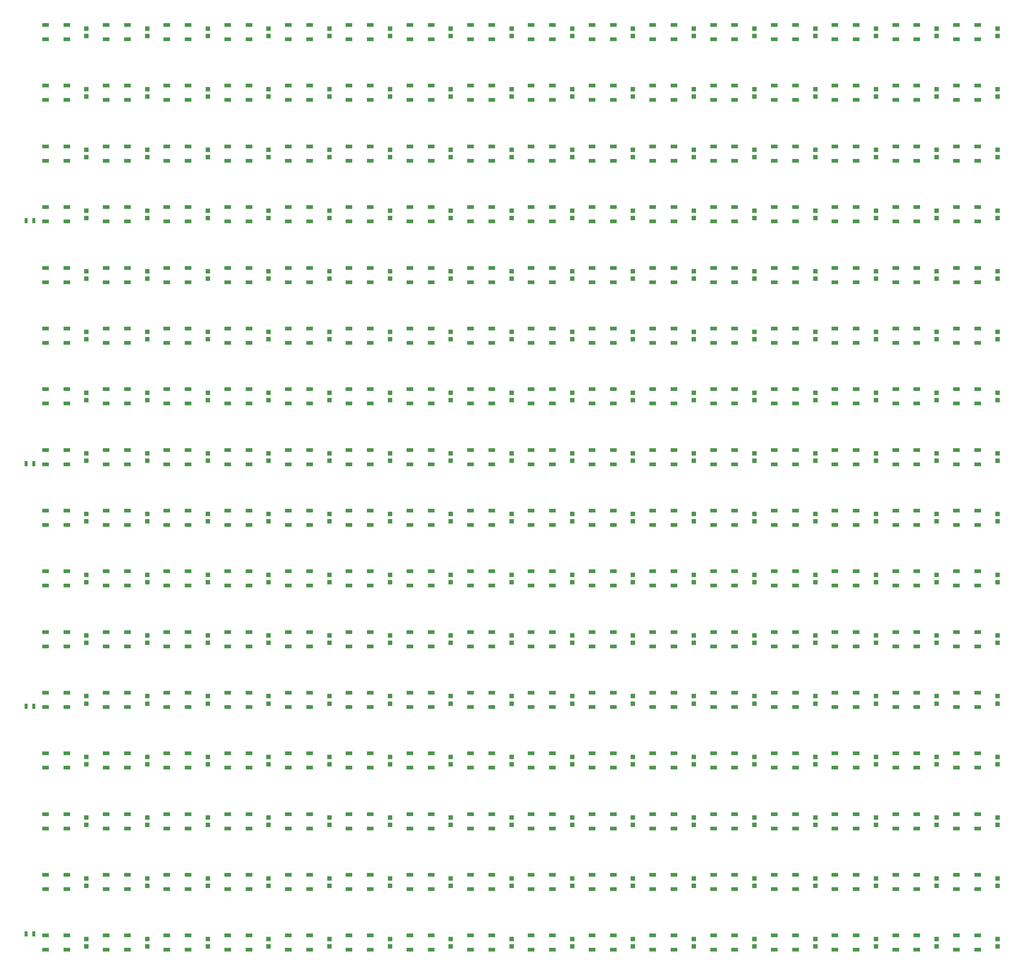
<source format=gtp>
G75*
%MOIN*%
%OFA0B0*%
%FSLAX24Y24*%
%IPPOS*%
%LPD*%
%AMOC8*
5,1,8,0,0,1.08239X$1,22.5*
%
%ADD10R,0.0394X0.0433*%
%ADD11R,0.0591X0.0354*%
%ADD12R,0.0315X0.0472*%
D10*
X008376Y005277D03*
X008376Y005946D03*
X008376Y010789D03*
X008376Y011458D03*
X008376Y016301D03*
X008376Y016970D03*
X008376Y021813D03*
X008376Y022482D03*
X008376Y027324D03*
X008376Y027994D03*
X008376Y032836D03*
X008376Y033506D03*
X008376Y038348D03*
X008376Y039017D03*
X008376Y043860D03*
X008376Y044529D03*
X008376Y049372D03*
X008376Y050041D03*
X008376Y054883D03*
X008376Y055553D03*
X008376Y060395D03*
X008376Y061065D03*
X008376Y065907D03*
X008376Y066576D03*
X008376Y071419D03*
X008376Y072088D03*
X008376Y076931D03*
X008376Y077600D03*
X008376Y082443D03*
X008376Y083112D03*
X008376Y087954D03*
X008376Y088624D03*
X013888Y088624D03*
X013888Y087954D03*
X013888Y083112D03*
X013888Y082443D03*
X013888Y077600D03*
X013888Y076931D03*
X013888Y072088D03*
X013888Y071419D03*
X013888Y066576D03*
X013888Y065907D03*
X013888Y061065D03*
X013888Y060395D03*
X013888Y055553D03*
X013888Y054883D03*
X013888Y050041D03*
X013888Y049372D03*
X013888Y044529D03*
X013888Y043860D03*
X013888Y039017D03*
X013888Y038348D03*
X013888Y033506D03*
X013888Y032836D03*
X013888Y027994D03*
X013888Y027324D03*
X013888Y022482D03*
X013888Y021813D03*
X013888Y016970D03*
X013888Y016301D03*
X013888Y011458D03*
X013888Y010789D03*
X013888Y005946D03*
X013888Y005277D03*
X019400Y005277D03*
X019400Y005946D03*
X019400Y010789D03*
X019400Y011458D03*
X019400Y016301D03*
X019400Y016970D03*
X019400Y021813D03*
X019400Y022482D03*
X019400Y027324D03*
X019400Y027994D03*
X019400Y032836D03*
X019400Y033506D03*
X019400Y038348D03*
X019400Y039017D03*
X019400Y043860D03*
X019400Y044529D03*
X019400Y049372D03*
X019400Y050041D03*
X019400Y054883D03*
X019400Y055553D03*
X019400Y060395D03*
X019400Y061065D03*
X019400Y065907D03*
X019400Y066576D03*
X019400Y071419D03*
X019400Y072088D03*
X019400Y076931D03*
X019400Y077600D03*
X019400Y082443D03*
X019400Y083112D03*
X019400Y087954D03*
X019400Y088624D03*
X024912Y088624D03*
X024912Y087954D03*
X024912Y083112D03*
X024912Y082443D03*
X024912Y077600D03*
X024912Y076931D03*
X024912Y072088D03*
X024912Y071419D03*
X024912Y066576D03*
X024912Y065907D03*
X024912Y061065D03*
X024912Y060395D03*
X024912Y055553D03*
X024912Y054883D03*
X024912Y050041D03*
X024912Y049372D03*
X024912Y044529D03*
X024912Y043860D03*
X024912Y039017D03*
X024912Y038348D03*
X024912Y033506D03*
X024912Y032836D03*
X024912Y027994D03*
X024912Y027324D03*
X024912Y022482D03*
X024912Y021813D03*
X024912Y016970D03*
X024912Y016301D03*
X024912Y011458D03*
X024912Y010789D03*
X024912Y005946D03*
X024912Y005277D03*
X030424Y005277D03*
X030424Y005946D03*
X030424Y010789D03*
X030424Y011458D03*
X030424Y016301D03*
X030424Y016970D03*
X030424Y021813D03*
X030424Y022482D03*
X030424Y027324D03*
X030424Y027994D03*
X030424Y032836D03*
X030424Y033506D03*
X030424Y038348D03*
X030424Y039017D03*
X030424Y043860D03*
X030424Y044529D03*
X030424Y049372D03*
X030424Y050041D03*
X030424Y054883D03*
X030424Y055553D03*
X030424Y060395D03*
X030424Y061065D03*
X030424Y065907D03*
X030424Y066576D03*
X030424Y071419D03*
X030424Y072088D03*
X030424Y076931D03*
X030424Y077600D03*
X030424Y082443D03*
X030424Y083112D03*
X030424Y087954D03*
X030424Y088624D03*
X035935Y088624D03*
X035935Y087954D03*
X035935Y083112D03*
X035935Y082443D03*
X035935Y077600D03*
X035935Y076931D03*
X035935Y072088D03*
X035935Y071419D03*
X035935Y066576D03*
X035935Y065907D03*
X035935Y061065D03*
X035935Y060395D03*
X035935Y055553D03*
X035935Y054883D03*
X035935Y050041D03*
X035935Y049372D03*
X035935Y044529D03*
X035935Y043860D03*
X035935Y039017D03*
X035935Y038348D03*
X035935Y033506D03*
X035935Y032836D03*
X035935Y027994D03*
X035935Y027324D03*
X035935Y022482D03*
X035935Y021813D03*
X035935Y016970D03*
X035935Y016301D03*
X035935Y011458D03*
X035935Y010789D03*
X035935Y005946D03*
X035935Y005277D03*
X041447Y005277D03*
X041447Y005946D03*
X041447Y010789D03*
X041447Y011458D03*
X041447Y016301D03*
X041447Y016970D03*
X041447Y021813D03*
X041447Y022482D03*
X041447Y027324D03*
X041447Y027994D03*
X041447Y032836D03*
X041447Y033506D03*
X041447Y038348D03*
X041447Y039017D03*
X041447Y043860D03*
X041447Y044529D03*
X041447Y049372D03*
X041447Y050041D03*
X041447Y054883D03*
X041447Y055553D03*
X041447Y060395D03*
X041447Y061065D03*
X041447Y065907D03*
X041447Y066576D03*
X041447Y071419D03*
X041447Y072088D03*
X041447Y076931D03*
X041447Y077600D03*
X041447Y082443D03*
X041447Y083112D03*
X041447Y087954D03*
X041447Y088624D03*
X046959Y088624D03*
X046959Y087954D03*
X046959Y083112D03*
X046959Y082443D03*
X046959Y077600D03*
X046959Y076931D03*
X046959Y072088D03*
X046959Y071419D03*
X052471Y071419D03*
X052471Y072088D03*
X052471Y076931D03*
X052471Y077600D03*
X052471Y082443D03*
X052471Y083112D03*
X052471Y087954D03*
X052471Y088624D03*
X057983Y088624D03*
X057983Y087954D03*
X057983Y083112D03*
X057983Y082443D03*
X057983Y077600D03*
X057983Y076931D03*
X057983Y072088D03*
X057983Y071419D03*
X057983Y066576D03*
X057983Y065907D03*
X057983Y061065D03*
X057983Y060395D03*
X057983Y055553D03*
X057983Y054883D03*
X057983Y050041D03*
X057983Y049372D03*
X057983Y044529D03*
X057983Y043860D03*
X057983Y039017D03*
X057983Y038348D03*
X057983Y033506D03*
X057983Y032836D03*
X057983Y027994D03*
X057983Y027324D03*
X057983Y022482D03*
X057983Y021813D03*
X057983Y016970D03*
X057983Y016301D03*
X057983Y011458D03*
X057983Y010789D03*
X057983Y005946D03*
X057983Y005277D03*
X063495Y005277D03*
X063495Y005946D03*
X063495Y010789D03*
X063495Y011458D03*
X063495Y016301D03*
X063495Y016970D03*
X063495Y021813D03*
X063495Y022482D03*
X063495Y027324D03*
X063495Y027994D03*
X063495Y032836D03*
X063495Y033506D03*
X063495Y038348D03*
X063495Y039017D03*
X063495Y043860D03*
X063495Y044529D03*
X063495Y049372D03*
X063495Y050041D03*
X063495Y054883D03*
X063495Y055553D03*
X063495Y060395D03*
X063495Y061065D03*
X063495Y065907D03*
X063495Y066576D03*
X063495Y071419D03*
X063495Y072088D03*
X063495Y076931D03*
X063495Y077600D03*
X063495Y082443D03*
X063495Y083112D03*
X063495Y087954D03*
X063495Y088624D03*
X069006Y088624D03*
X069006Y087954D03*
X069006Y083112D03*
X069006Y082443D03*
X069006Y077600D03*
X069006Y076931D03*
X069006Y072088D03*
X069006Y071419D03*
X069006Y066576D03*
X069006Y065907D03*
X069006Y061065D03*
X069006Y060395D03*
X069006Y055553D03*
X069006Y054883D03*
X069006Y050041D03*
X069006Y049372D03*
X069006Y044529D03*
X069006Y043860D03*
X069006Y039017D03*
X069006Y038348D03*
X069006Y033506D03*
X069006Y032836D03*
X069006Y027994D03*
X069006Y027324D03*
X069006Y022482D03*
X069006Y021813D03*
X069006Y016970D03*
X069006Y016301D03*
X069006Y011458D03*
X069006Y010789D03*
X069006Y005946D03*
X069006Y005277D03*
X074518Y005277D03*
X074518Y005946D03*
X074518Y010789D03*
X074518Y011458D03*
X074518Y016301D03*
X074518Y016970D03*
X074518Y021813D03*
X074518Y022482D03*
X074518Y027324D03*
X074518Y027994D03*
X074518Y032836D03*
X074518Y033506D03*
X074518Y038348D03*
X074518Y039017D03*
X074518Y043860D03*
X074518Y044529D03*
X074518Y049372D03*
X074518Y050041D03*
X074518Y054883D03*
X074518Y055553D03*
X074518Y060395D03*
X074518Y061065D03*
X074518Y065907D03*
X074518Y066576D03*
X074518Y071419D03*
X074518Y072088D03*
X074518Y076931D03*
X074518Y077600D03*
X074518Y082443D03*
X074518Y083112D03*
X074518Y087954D03*
X074518Y088624D03*
X080030Y088624D03*
X080030Y087954D03*
X080030Y083112D03*
X080030Y082443D03*
X080030Y077600D03*
X080030Y076931D03*
X080030Y072088D03*
X080030Y071419D03*
X080030Y066576D03*
X080030Y065907D03*
X080030Y061065D03*
X080030Y060395D03*
X080030Y055553D03*
X080030Y054883D03*
X080030Y050041D03*
X080030Y049372D03*
X080030Y044529D03*
X080030Y043860D03*
X080030Y039017D03*
X080030Y038348D03*
X080030Y033506D03*
X080030Y032836D03*
X080030Y027994D03*
X080030Y027324D03*
X080030Y022482D03*
X080030Y021813D03*
X080030Y016970D03*
X080030Y016301D03*
X080030Y011458D03*
X080030Y010789D03*
X080030Y005946D03*
X080030Y005277D03*
X085542Y005277D03*
X085542Y005946D03*
X085542Y010789D03*
X085542Y011458D03*
X085542Y016301D03*
X085542Y016970D03*
X085542Y021813D03*
X085542Y022482D03*
X091054Y022482D03*
X091054Y021813D03*
X091054Y016970D03*
X091054Y016301D03*
X091054Y011458D03*
X091054Y010789D03*
X091054Y005946D03*
X091054Y005277D03*
X091054Y027324D03*
X091054Y027994D03*
X091054Y032836D03*
X091054Y033506D03*
X091054Y038348D03*
X091054Y039017D03*
X091054Y043860D03*
X091054Y044529D03*
X091054Y049372D03*
X091054Y050041D03*
X091054Y054883D03*
X091054Y055553D03*
X091054Y060395D03*
X091054Y061065D03*
X091054Y065907D03*
X091054Y066576D03*
X085542Y066576D03*
X085542Y065907D03*
X085542Y061065D03*
X085542Y060395D03*
X085542Y055553D03*
X085542Y054883D03*
X085542Y050041D03*
X085542Y049372D03*
X085542Y044529D03*
X085542Y043860D03*
X085542Y039017D03*
X085542Y038348D03*
X085542Y033506D03*
X085542Y032836D03*
X085542Y027994D03*
X085542Y027324D03*
X052471Y027324D03*
X052471Y027994D03*
X052471Y032836D03*
X052471Y033506D03*
X052471Y038348D03*
X052471Y039017D03*
X052471Y043860D03*
X052471Y044529D03*
X052471Y049372D03*
X052471Y050041D03*
X052471Y054883D03*
X052471Y055553D03*
X052471Y060395D03*
X052471Y061065D03*
X052471Y065907D03*
X052471Y066576D03*
X046959Y066576D03*
X046959Y065907D03*
X046959Y061065D03*
X046959Y060395D03*
X046959Y055553D03*
X046959Y054883D03*
X046959Y050041D03*
X046959Y049372D03*
X046959Y044529D03*
X046959Y043860D03*
X046959Y039017D03*
X046959Y038348D03*
X046959Y033506D03*
X046959Y032836D03*
X046959Y027994D03*
X046959Y027324D03*
X046959Y022482D03*
X046959Y021813D03*
X046959Y016970D03*
X046959Y016301D03*
X046959Y011458D03*
X046959Y010789D03*
X046959Y005946D03*
X046959Y005277D03*
X052471Y005277D03*
X052471Y005946D03*
X052471Y010789D03*
X052471Y011458D03*
X052471Y016301D03*
X052471Y016970D03*
X052471Y021813D03*
X052471Y022482D03*
X085542Y071419D03*
X085542Y072088D03*
X085542Y076931D03*
X085542Y077600D03*
X085542Y082443D03*
X085542Y083112D03*
X085542Y087954D03*
X085542Y088624D03*
X091054Y088624D03*
X091054Y087954D03*
X091054Y083112D03*
X091054Y082443D03*
X091054Y077600D03*
X091054Y076931D03*
X091054Y072088D03*
X091054Y071419D03*
D11*
X004656Y004962D03*
X004656Y006261D03*
X006585Y006261D03*
X006585Y004962D03*
X010168Y004962D03*
X010168Y006261D03*
X012097Y006261D03*
X012097Y004962D03*
X015680Y004962D03*
X015680Y006261D03*
X017609Y006261D03*
X017609Y004962D03*
X021191Y004962D03*
X021191Y006261D03*
X023121Y006261D03*
X023121Y004962D03*
X026703Y004962D03*
X026703Y006261D03*
X028632Y006261D03*
X028632Y004962D03*
X032215Y004962D03*
X032215Y006261D03*
X034144Y006261D03*
X034144Y004962D03*
X037727Y004962D03*
X037727Y006261D03*
X039656Y006261D03*
X039656Y004962D03*
X043239Y004962D03*
X043239Y006261D03*
X045168Y006261D03*
X045168Y004962D03*
X048750Y004962D03*
X048750Y006261D03*
X050680Y006261D03*
X050680Y004962D03*
X054262Y004962D03*
X054262Y006261D03*
X056191Y006261D03*
X056191Y004962D03*
X059774Y004962D03*
X059774Y006261D03*
X061703Y006261D03*
X061703Y004962D03*
X065286Y004962D03*
X065286Y006261D03*
X067215Y006261D03*
X067215Y004962D03*
X070798Y004962D03*
X070798Y006261D03*
X072727Y006261D03*
X072727Y004962D03*
X076310Y004962D03*
X076310Y006261D03*
X078239Y006261D03*
X078239Y004962D03*
X081821Y004962D03*
X081821Y006261D03*
X083750Y006261D03*
X083750Y004962D03*
X087333Y004962D03*
X087333Y006261D03*
X089262Y006261D03*
X089262Y004962D03*
X089262Y010474D03*
X089262Y011773D03*
X087333Y011773D03*
X087333Y010474D03*
X083750Y010474D03*
X083750Y011773D03*
X081821Y011773D03*
X081821Y010474D03*
X078239Y010474D03*
X078239Y011773D03*
X076310Y011773D03*
X076310Y010474D03*
X072727Y010474D03*
X072727Y011773D03*
X070798Y011773D03*
X070798Y010474D03*
X067215Y010474D03*
X067215Y011773D03*
X065286Y011773D03*
X065286Y010474D03*
X061703Y010474D03*
X061703Y011773D03*
X059774Y011773D03*
X059774Y010474D03*
X056191Y010474D03*
X056191Y011773D03*
X054262Y011773D03*
X054262Y010474D03*
X050680Y010474D03*
X050680Y011773D03*
X048750Y011773D03*
X048750Y010474D03*
X045168Y010474D03*
X045168Y011773D03*
X043239Y011773D03*
X043239Y010474D03*
X039656Y010474D03*
X039656Y011773D03*
X037727Y011773D03*
X037727Y010474D03*
X034144Y010474D03*
X034144Y011773D03*
X032215Y011773D03*
X032215Y010474D03*
X028632Y010474D03*
X028632Y011773D03*
X026703Y011773D03*
X026703Y010474D03*
X023121Y010474D03*
X023121Y011773D03*
X021191Y011773D03*
X021191Y010474D03*
X017609Y010474D03*
X017609Y011773D03*
X015680Y011773D03*
X015680Y010474D03*
X012097Y010474D03*
X012097Y011773D03*
X010168Y011773D03*
X010168Y010474D03*
X006585Y010474D03*
X006585Y011773D03*
X004656Y011773D03*
X004656Y010474D03*
X004656Y015986D03*
X004656Y017285D03*
X006585Y017285D03*
X006585Y015986D03*
X010168Y015986D03*
X010168Y017285D03*
X012097Y017285D03*
X012097Y015986D03*
X015680Y015986D03*
X015680Y017285D03*
X017609Y017285D03*
X017609Y015986D03*
X021191Y015986D03*
X021191Y017285D03*
X023121Y017285D03*
X023121Y015986D03*
X026703Y015986D03*
X026703Y017285D03*
X028632Y017285D03*
X028632Y015986D03*
X032215Y015986D03*
X032215Y017285D03*
X034144Y017285D03*
X034144Y015986D03*
X037727Y015986D03*
X037727Y017285D03*
X039656Y017285D03*
X039656Y015986D03*
X043239Y015986D03*
X043239Y017285D03*
X045168Y017285D03*
X045168Y015986D03*
X048750Y015986D03*
X048750Y017285D03*
X050680Y017285D03*
X050680Y015986D03*
X054262Y015986D03*
X054262Y017285D03*
X056191Y017285D03*
X056191Y015986D03*
X059774Y015986D03*
X059774Y017285D03*
X061703Y017285D03*
X061703Y015986D03*
X065286Y015986D03*
X065286Y017285D03*
X067215Y017285D03*
X067215Y015986D03*
X070798Y015986D03*
X070798Y017285D03*
X072727Y017285D03*
X072727Y015986D03*
X076310Y015986D03*
X076310Y017285D03*
X078239Y017285D03*
X078239Y015986D03*
X081821Y015986D03*
X081821Y017285D03*
X083750Y017285D03*
X083750Y015986D03*
X087333Y015986D03*
X087333Y017285D03*
X089262Y017285D03*
X089262Y015986D03*
X089262Y021498D03*
X089262Y022797D03*
X087333Y022797D03*
X087333Y021498D03*
X083750Y021498D03*
X083750Y022797D03*
X081821Y022797D03*
X081821Y021498D03*
X078239Y021498D03*
X078239Y022797D03*
X076310Y022797D03*
X076310Y021498D03*
X072727Y021498D03*
X072727Y022797D03*
X070798Y022797D03*
X070798Y021498D03*
X067215Y021498D03*
X067215Y022797D03*
X065286Y022797D03*
X065286Y021498D03*
X061703Y021498D03*
X061703Y022797D03*
X059774Y022797D03*
X059774Y021498D03*
X056191Y021498D03*
X056191Y022797D03*
X054262Y022797D03*
X054262Y021498D03*
X050680Y021498D03*
X050680Y022797D03*
X048750Y022797D03*
X048750Y021498D03*
X045168Y021498D03*
X045168Y022797D03*
X043239Y022797D03*
X043239Y021498D03*
X039656Y021498D03*
X039656Y022797D03*
X037727Y022797D03*
X037727Y021498D03*
X034144Y021498D03*
X034144Y022797D03*
X032215Y022797D03*
X032215Y021498D03*
X028632Y021498D03*
X028632Y022797D03*
X026703Y022797D03*
X026703Y021498D03*
X023121Y021498D03*
X023121Y022797D03*
X021191Y022797D03*
X021191Y021498D03*
X017609Y021498D03*
X017609Y022797D03*
X015680Y022797D03*
X015680Y021498D03*
X012097Y021498D03*
X012097Y022797D03*
X010168Y022797D03*
X010168Y021498D03*
X006585Y021498D03*
X006585Y022797D03*
X004656Y022797D03*
X004656Y021498D03*
X004656Y027009D03*
X004656Y028309D03*
X006585Y028309D03*
X006585Y027009D03*
X010168Y027009D03*
X010168Y028309D03*
X012097Y028309D03*
X012097Y027009D03*
X015680Y027009D03*
X015680Y028309D03*
X017609Y028309D03*
X017609Y027009D03*
X021191Y027009D03*
X021191Y028309D03*
X023121Y028309D03*
X023121Y027009D03*
X026703Y027009D03*
X026703Y028309D03*
X028632Y028309D03*
X028632Y027009D03*
X032215Y027009D03*
X032215Y028309D03*
X034144Y028309D03*
X034144Y027009D03*
X037727Y027009D03*
X037727Y028309D03*
X039656Y028309D03*
X039656Y027009D03*
X043239Y027009D03*
X043239Y028309D03*
X045168Y028309D03*
X045168Y027009D03*
X048750Y027009D03*
X048750Y028309D03*
X050680Y028309D03*
X050680Y027009D03*
X054262Y027009D03*
X054262Y028309D03*
X056191Y028309D03*
X056191Y027009D03*
X059774Y027009D03*
X059774Y028309D03*
X061703Y028309D03*
X061703Y027009D03*
X065286Y027009D03*
X065286Y028309D03*
X067215Y028309D03*
X067215Y027009D03*
X070798Y027009D03*
X070798Y028309D03*
X072727Y028309D03*
X072727Y027009D03*
X076310Y027009D03*
X076310Y028309D03*
X078239Y028309D03*
X078239Y027009D03*
X081821Y027009D03*
X081821Y028309D03*
X083750Y028309D03*
X083750Y027009D03*
X087333Y027009D03*
X087333Y028309D03*
X089262Y028309D03*
X089262Y027009D03*
X089262Y032521D03*
X089262Y033820D03*
X087333Y033820D03*
X087333Y032521D03*
X083750Y032521D03*
X083750Y033820D03*
X081821Y033820D03*
X081821Y032521D03*
X078239Y032521D03*
X078239Y033820D03*
X076310Y033820D03*
X076310Y032521D03*
X072727Y032521D03*
X072727Y033820D03*
X070798Y033820D03*
X070798Y032521D03*
X067215Y032521D03*
X067215Y033820D03*
X065286Y033820D03*
X065286Y032521D03*
X061703Y032521D03*
X061703Y033820D03*
X059774Y033820D03*
X059774Y032521D03*
X056191Y032521D03*
X056191Y033820D03*
X054262Y033820D03*
X054262Y032521D03*
X050680Y032521D03*
X050680Y033820D03*
X048750Y033820D03*
X048750Y032521D03*
X045168Y032521D03*
X045168Y033820D03*
X043239Y033820D03*
X043239Y032521D03*
X039656Y032521D03*
X039656Y033820D03*
X037727Y033820D03*
X037727Y032521D03*
X034144Y032521D03*
X034144Y033820D03*
X032215Y033820D03*
X032215Y032521D03*
X028632Y032521D03*
X028632Y033820D03*
X026703Y033820D03*
X026703Y032521D03*
X023121Y032521D03*
X023121Y033820D03*
X021191Y033820D03*
X021191Y032521D03*
X017609Y032521D03*
X017609Y033820D03*
X015680Y033820D03*
X015680Y032521D03*
X012097Y032521D03*
X012097Y033820D03*
X010168Y033820D03*
X010168Y032521D03*
X006585Y032521D03*
X006585Y033820D03*
X004656Y033820D03*
X004656Y032521D03*
X004656Y038033D03*
X004656Y039332D03*
X006585Y039332D03*
X006585Y038033D03*
X010168Y038033D03*
X010168Y039332D03*
X012097Y039332D03*
X012097Y038033D03*
X015680Y038033D03*
X015680Y039332D03*
X017609Y039332D03*
X017609Y038033D03*
X021191Y038033D03*
X021191Y039332D03*
X023121Y039332D03*
X023121Y038033D03*
X026703Y038033D03*
X026703Y039332D03*
X028632Y039332D03*
X028632Y038033D03*
X032215Y038033D03*
X032215Y039332D03*
X034144Y039332D03*
X034144Y038033D03*
X037727Y038033D03*
X037727Y039332D03*
X039656Y039332D03*
X039656Y038033D03*
X043239Y038033D03*
X043239Y039332D03*
X045168Y039332D03*
X045168Y038033D03*
X048750Y038033D03*
X048750Y039332D03*
X050680Y039332D03*
X050680Y038033D03*
X054262Y038033D03*
X054262Y039332D03*
X056191Y039332D03*
X056191Y038033D03*
X059774Y038033D03*
X059774Y039332D03*
X061703Y039332D03*
X061703Y038033D03*
X065286Y038033D03*
X065286Y039332D03*
X067215Y039332D03*
X067215Y038033D03*
X070798Y038033D03*
X070798Y039332D03*
X072727Y039332D03*
X072727Y038033D03*
X076310Y038033D03*
X076310Y039332D03*
X078239Y039332D03*
X078239Y038033D03*
X081821Y038033D03*
X081821Y039332D03*
X083750Y039332D03*
X083750Y038033D03*
X087333Y038033D03*
X087333Y039332D03*
X089262Y039332D03*
X089262Y038033D03*
X089262Y043545D03*
X089262Y044844D03*
X087333Y044844D03*
X087333Y043545D03*
X083750Y043545D03*
X083750Y044844D03*
X081821Y044844D03*
X081821Y043545D03*
X078239Y043545D03*
X078239Y044844D03*
X076310Y044844D03*
X076310Y043545D03*
X072727Y043545D03*
X072727Y044844D03*
X070798Y044844D03*
X070798Y043545D03*
X067215Y043545D03*
X067215Y044844D03*
X065286Y044844D03*
X065286Y043545D03*
X061703Y043545D03*
X061703Y044844D03*
X059774Y044844D03*
X059774Y043545D03*
X056191Y043545D03*
X056191Y044844D03*
X054262Y044844D03*
X054262Y043545D03*
X050680Y043545D03*
X050680Y044844D03*
X048750Y044844D03*
X048750Y043545D03*
X045168Y043545D03*
X045168Y044844D03*
X043239Y044844D03*
X043239Y043545D03*
X039656Y043545D03*
X039656Y044844D03*
X037727Y044844D03*
X037727Y043545D03*
X034144Y043545D03*
X034144Y044844D03*
X032215Y044844D03*
X032215Y043545D03*
X028632Y043545D03*
X028632Y044844D03*
X026703Y044844D03*
X026703Y043545D03*
X023121Y043545D03*
X023121Y044844D03*
X021191Y044844D03*
X021191Y043545D03*
X017609Y043545D03*
X017609Y044844D03*
X015680Y044844D03*
X015680Y043545D03*
X012097Y043545D03*
X012097Y044844D03*
X010168Y044844D03*
X010168Y043545D03*
X006585Y043545D03*
X006585Y044844D03*
X004656Y044844D03*
X004656Y043545D03*
X004656Y049057D03*
X004656Y050356D03*
X006585Y050356D03*
X006585Y049057D03*
X010168Y049057D03*
X010168Y050356D03*
X012097Y050356D03*
X012097Y049057D03*
X015680Y049057D03*
X015680Y050356D03*
X017609Y050356D03*
X017609Y049057D03*
X021191Y049057D03*
X021191Y050356D03*
X023121Y050356D03*
X023121Y049057D03*
X026703Y049057D03*
X026703Y050356D03*
X028632Y050356D03*
X028632Y049057D03*
X032215Y049057D03*
X032215Y050356D03*
X034144Y050356D03*
X034144Y049057D03*
X037727Y049057D03*
X037727Y050356D03*
X039656Y050356D03*
X039656Y049057D03*
X043239Y049057D03*
X043239Y050356D03*
X045168Y050356D03*
X045168Y049057D03*
X048750Y049057D03*
X048750Y050356D03*
X050680Y050356D03*
X050680Y049057D03*
X054262Y049057D03*
X054262Y050356D03*
X056191Y050356D03*
X056191Y049057D03*
X059774Y049057D03*
X059774Y050356D03*
X061703Y050356D03*
X061703Y049057D03*
X065286Y049057D03*
X065286Y050356D03*
X067215Y050356D03*
X067215Y049057D03*
X070798Y049057D03*
X070798Y050356D03*
X072727Y050356D03*
X072727Y049057D03*
X076310Y049057D03*
X076310Y050356D03*
X078239Y050356D03*
X078239Y049057D03*
X081821Y049057D03*
X081821Y050356D03*
X083750Y050356D03*
X083750Y049057D03*
X087333Y049057D03*
X087333Y050356D03*
X089262Y050356D03*
X089262Y049057D03*
X089262Y054569D03*
X089262Y055868D03*
X087333Y055868D03*
X087333Y054569D03*
X083750Y054569D03*
X083750Y055868D03*
X081821Y055868D03*
X081821Y054569D03*
X078239Y054569D03*
X078239Y055868D03*
X076310Y055868D03*
X076310Y054569D03*
X072727Y054569D03*
X072727Y055868D03*
X070798Y055868D03*
X070798Y054569D03*
X067215Y054569D03*
X067215Y055868D03*
X065286Y055868D03*
X065286Y054569D03*
X061703Y054569D03*
X061703Y055868D03*
X059774Y055868D03*
X059774Y054569D03*
X056191Y054569D03*
X056191Y055868D03*
X054262Y055868D03*
X054262Y054569D03*
X050680Y054569D03*
X050680Y055868D03*
X048750Y055868D03*
X048750Y054569D03*
X045168Y054569D03*
X045168Y055868D03*
X043239Y055868D03*
X043239Y054569D03*
X039656Y054569D03*
X039656Y055868D03*
X037727Y055868D03*
X037727Y054569D03*
X034144Y054569D03*
X034144Y055868D03*
X032215Y055868D03*
X032215Y054569D03*
X028632Y054569D03*
X028632Y055868D03*
X026703Y055868D03*
X026703Y054569D03*
X023121Y054569D03*
X023121Y055868D03*
X021191Y055868D03*
X021191Y054569D03*
X017609Y054569D03*
X017609Y055868D03*
X015680Y055868D03*
X015680Y054569D03*
X012097Y054569D03*
X012097Y055868D03*
X010168Y055868D03*
X010168Y054569D03*
X006585Y054569D03*
X006585Y055868D03*
X004656Y055868D03*
X004656Y054569D03*
X004656Y060080D03*
X004656Y061380D03*
X006585Y061380D03*
X006585Y060080D03*
X010168Y060080D03*
X010168Y061380D03*
X012097Y061380D03*
X012097Y060080D03*
X015680Y060080D03*
X015680Y061380D03*
X017609Y061380D03*
X017609Y060080D03*
X021191Y060080D03*
X021191Y061380D03*
X023121Y061380D03*
X023121Y060080D03*
X026703Y060080D03*
X026703Y061380D03*
X028632Y061380D03*
X028632Y060080D03*
X032215Y060080D03*
X032215Y061380D03*
X034144Y061380D03*
X034144Y060080D03*
X037727Y060080D03*
X037727Y061380D03*
X039656Y061380D03*
X039656Y060080D03*
X043239Y060080D03*
X043239Y061380D03*
X045168Y061380D03*
X045168Y060080D03*
X048750Y060080D03*
X048750Y061380D03*
X050680Y061380D03*
X050680Y060080D03*
X054262Y060080D03*
X054262Y061380D03*
X056191Y061380D03*
X056191Y060080D03*
X059774Y060080D03*
X059774Y061380D03*
X061703Y061380D03*
X061703Y060080D03*
X065286Y060080D03*
X065286Y061380D03*
X067215Y061380D03*
X067215Y060080D03*
X070798Y060080D03*
X070798Y061380D03*
X072727Y061380D03*
X072727Y060080D03*
X076310Y060080D03*
X076310Y061380D03*
X078239Y061380D03*
X078239Y060080D03*
X081821Y060080D03*
X081821Y061380D03*
X083750Y061380D03*
X083750Y060080D03*
X087333Y060080D03*
X087333Y061380D03*
X089262Y061380D03*
X089262Y060080D03*
X089262Y065592D03*
X089262Y066891D03*
X087333Y066891D03*
X087333Y065592D03*
X083750Y065592D03*
X083750Y066891D03*
X081821Y066891D03*
X081821Y065592D03*
X078239Y065592D03*
X078239Y066891D03*
X076310Y066891D03*
X076310Y065592D03*
X072727Y065592D03*
X072727Y066891D03*
X070798Y066891D03*
X070798Y065592D03*
X067215Y065592D03*
X067215Y066891D03*
X065286Y066891D03*
X065286Y065592D03*
X061703Y065592D03*
X061703Y066891D03*
X059774Y066891D03*
X059774Y065592D03*
X056191Y065592D03*
X056191Y066891D03*
X054262Y066891D03*
X054262Y065592D03*
X050680Y065592D03*
X050680Y066891D03*
X048750Y066891D03*
X048750Y065592D03*
X045168Y065592D03*
X045168Y066891D03*
X043239Y066891D03*
X043239Y065592D03*
X039656Y065592D03*
X039656Y066891D03*
X037727Y066891D03*
X037727Y065592D03*
X034144Y065592D03*
X034144Y066891D03*
X032215Y066891D03*
X032215Y065592D03*
X028632Y065592D03*
X028632Y066891D03*
X026703Y066891D03*
X026703Y065592D03*
X023121Y065592D03*
X023121Y066891D03*
X021191Y066891D03*
X021191Y065592D03*
X017609Y065592D03*
X017609Y066891D03*
X015680Y066891D03*
X015680Y065592D03*
X012097Y065592D03*
X012097Y066891D03*
X010168Y066891D03*
X010168Y065592D03*
X006585Y065592D03*
X006585Y066891D03*
X004656Y066891D03*
X004656Y065592D03*
X004656Y071104D03*
X004656Y072403D03*
X006585Y072403D03*
X006585Y071104D03*
X010168Y071104D03*
X010168Y072403D03*
X012097Y072403D03*
X012097Y071104D03*
X015680Y071104D03*
X015680Y072403D03*
X017609Y072403D03*
X017609Y071104D03*
X021191Y071104D03*
X021191Y072403D03*
X023121Y072403D03*
X023121Y071104D03*
X026703Y071104D03*
X026703Y072403D03*
X028632Y072403D03*
X028632Y071104D03*
X032215Y071104D03*
X032215Y072403D03*
X034144Y072403D03*
X034144Y071104D03*
X037727Y071104D03*
X037727Y072403D03*
X039656Y072403D03*
X039656Y071104D03*
X043239Y071104D03*
X043239Y072403D03*
X045168Y072403D03*
X045168Y071104D03*
X048750Y071104D03*
X048750Y072403D03*
X050680Y072403D03*
X050680Y071104D03*
X054262Y071104D03*
X054262Y072403D03*
X056191Y072403D03*
X056191Y071104D03*
X059774Y071104D03*
X059774Y072403D03*
X061703Y072403D03*
X061703Y071104D03*
X065286Y071104D03*
X065286Y072403D03*
X067215Y072403D03*
X067215Y071104D03*
X070798Y071104D03*
X070798Y072403D03*
X072727Y072403D03*
X072727Y071104D03*
X076310Y071104D03*
X076310Y072403D03*
X078239Y072403D03*
X078239Y071104D03*
X081821Y071104D03*
X081821Y072403D03*
X083750Y072403D03*
X083750Y071104D03*
X087333Y071104D03*
X087333Y072403D03*
X089262Y072403D03*
X089262Y071104D03*
X089262Y076616D03*
X089262Y077915D03*
X087333Y077915D03*
X087333Y076616D03*
X083750Y076616D03*
X083750Y077915D03*
X081821Y077915D03*
X081821Y076616D03*
X078239Y076616D03*
X078239Y077915D03*
X076310Y077915D03*
X076310Y076616D03*
X072727Y076616D03*
X072727Y077915D03*
X070798Y077915D03*
X070798Y076616D03*
X067215Y076616D03*
X067215Y077915D03*
X065286Y077915D03*
X065286Y076616D03*
X061703Y076616D03*
X061703Y077915D03*
X059774Y077915D03*
X059774Y076616D03*
X056191Y076616D03*
X056191Y077915D03*
X054262Y077915D03*
X054262Y076616D03*
X050680Y076616D03*
X050680Y077915D03*
X048750Y077915D03*
X048750Y076616D03*
X045168Y076616D03*
X045168Y077915D03*
X043239Y077915D03*
X043239Y076616D03*
X039656Y076616D03*
X039656Y077915D03*
X037727Y077915D03*
X037727Y076616D03*
X034144Y076616D03*
X034144Y077915D03*
X032215Y077915D03*
X032215Y076616D03*
X028632Y076616D03*
X028632Y077915D03*
X026703Y077915D03*
X026703Y076616D03*
X023121Y076616D03*
X023121Y077915D03*
X021191Y077915D03*
X021191Y076616D03*
X017609Y076616D03*
X017609Y077915D03*
X015680Y077915D03*
X015680Y076616D03*
X012097Y076616D03*
X012097Y077915D03*
X010168Y077915D03*
X010168Y076616D03*
X006585Y076616D03*
X006585Y077915D03*
X004656Y077915D03*
X004656Y076616D03*
X004656Y082128D03*
X004656Y083427D03*
X006585Y083427D03*
X006585Y082128D03*
X010168Y082128D03*
X010168Y083427D03*
X012097Y083427D03*
X012097Y082128D03*
X015680Y082128D03*
X015680Y083427D03*
X017609Y083427D03*
X017609Y082128D03*
X021191Y082128D03*
X021191Y083427D03*
X023121Y083427D03*
X023121Y082128D03*
X026703Y082128D03*
X026703Y083427D03*
X028632Y083427D03*
X028632Y082128D03*
X032215Y082128D03*
X032215Y083427D03*
X034144Y083427D03*
X034144Y082128D03*
X037727Y082128D03*
X037727Y083427D03*
X039656Y083427D03*
X039656Y082128D03*
X043239Y082128D03*
X043239Y083427D03*
X045168Y083427D03*
X045168Y082128D03*
X048750Y082128D03*
X048750Y083427D03*
X050680Y083427D03*
X050680Y082128D03*
X054262Y082128D03*
X054262Y083427D03*
X056191Y083427D03*
X056191Y082128D03*
X059774Y082128D03*
X059774Y083427D03*
X061703Y083427D03*
X061703Y082128D03*
X065286Y082128D03*
X065286Y083427D03*
X067215Y083427D03*
X067215Y082128D03*
X070798Y082128D03*
X070798Y083427D03*
X072727Y083427D03*
X072727Y082128D03*
X076310Y082128D03*
X076310Y083427D03*
X078239Y083427D03*
X078239Y082128D03*
X081821Y082128D03*
X081821Y083427D03*
X083750Y083427D03*
X083750Y082128D03*
X087333Y082128D03*
X087333Y083427D03*
X089262Y083427D03*
X089262Y082128D03*
X089262Y087639D03*
X089262Y088939D03*
X087333Y088939D03*
X087333Y087639D03*
X083750Y087639D03*
X083750Y088939D03*
X081821Y088939D03*
X081821Y087639D03*
X078239Y087639D03*
X078239Y088939D03*
X076310Y088939D03*
X076310Y087639D03*
X072727Y087639D03*
X072727Y088939D03*
X070798Y088939D03*
X070798Y087639D03*
X067215Y087639D03*
X067215Y088939D03*
X065286Y088939D03*
X065286Y087639D03*
X061703Y087639D03*
X061703Y088939D03*
X059774Y088939D03*
X059774Y087639D03*
X056191Y087639D03*
X056191Y088939D03*
X054262Y088939D03*
X054262Y087639D03*
X050680Y087639D03*
X050680Y088939D03*
X048750Y088939D03*
X048750Y087639D03*
X045168Y087639D03*
X045168Y088939D03*
X043239Y088939D03*
X043239Y087639D03*
X039656Y087639D03*
X039656Y088939D03*
X037727Y088939D03*
X037727Y087639D03*
X034144Y087639D03*
X034144Y088939D03*
X032215Y088939D03*
X032215Y087639D03*
X028632Y087639D03*
X028632Y088939D03*
X026703Y088939D03*
X026703Y087639D03*
X023121Y087639D03*
X023121Y088939D03*
X021191Y088939D03*
X021191Y087639D03*
X017609Y087639D03*
X017609Y088939D03*
X015680Y088939D03*
X015680Y087639D03*
X012097Y087639D03*
X012097Y088939D03*
X010168Y088939D03*
X010168Y087639D03*
X006585Y087639D03*
X006585Y088939D03*
X004656Y088939D03*
X004656Y087639D03*
D12*
X003613Y071163D03*
X002904Y071163D03*
X002904Y049116D03*
X003613Y049116D03*
X003613Y027069D03*
X002904Y027069D03*
X002904Y006399D03*
X003613Y006399D03*
M02*

</source>
